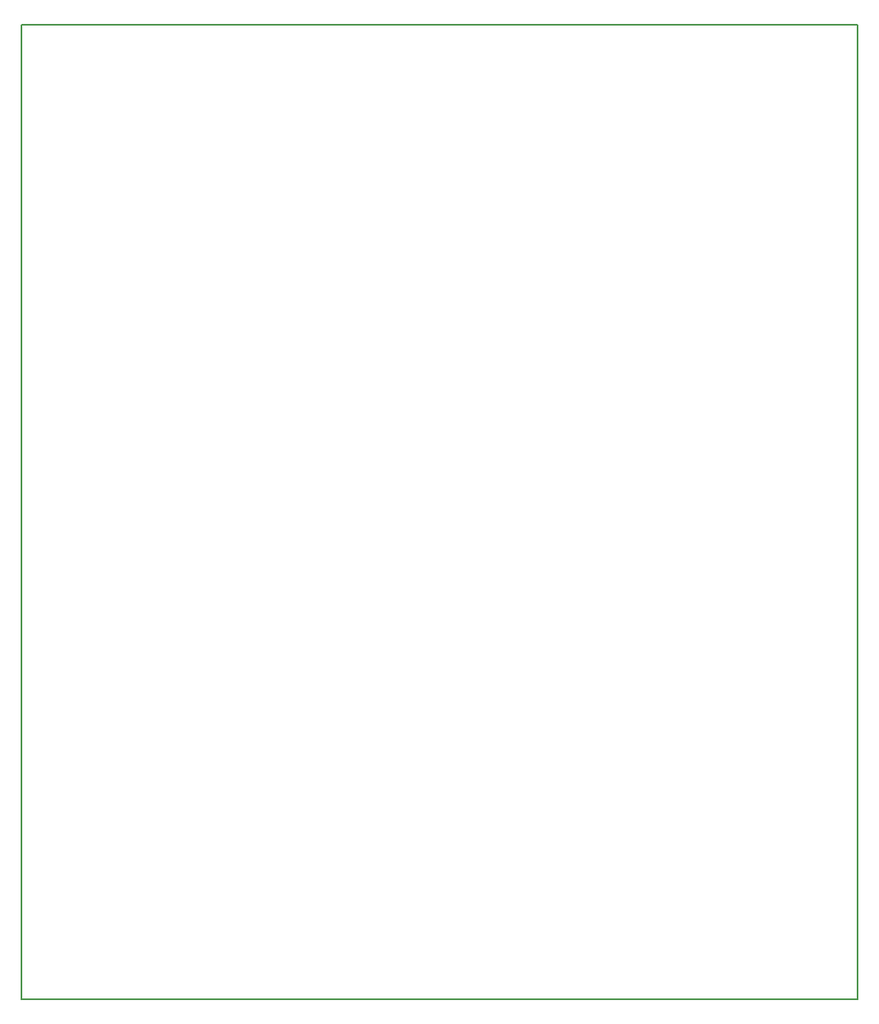
<source format=gbr>
G04 #@! TF.FileFunction,Profile,NP*
%FSLAX46Y46*%
G04 Gerber Fmt 4.6, Leading zero omitted, Abs format (unit mm)*
G04 Created by KiCad (PCBNEW 4.0.5) date 05/03/17 08:17:14*
%MOMM*%
%LPD*%
G01*
G04 APERTURE LIST*
%ADD10C,0.100000*%
%ADD11C,0.150000*%
G04 APERTURE END LIST*
D10*
D11*
X196850000Y-34544000D02*
X196850000Y-134493000D01*
X110998000Y-34544000D02*
X111760000Y-34544000D01*
X110998000Y-134493000D02*
X110998000Y-34544000D01*
X110998000Y-34544000D02*
X196850000Y-34544000D01*
X110998000Y-134493000D02*
X196850000Y-134493000D01*
M02*

</source>
